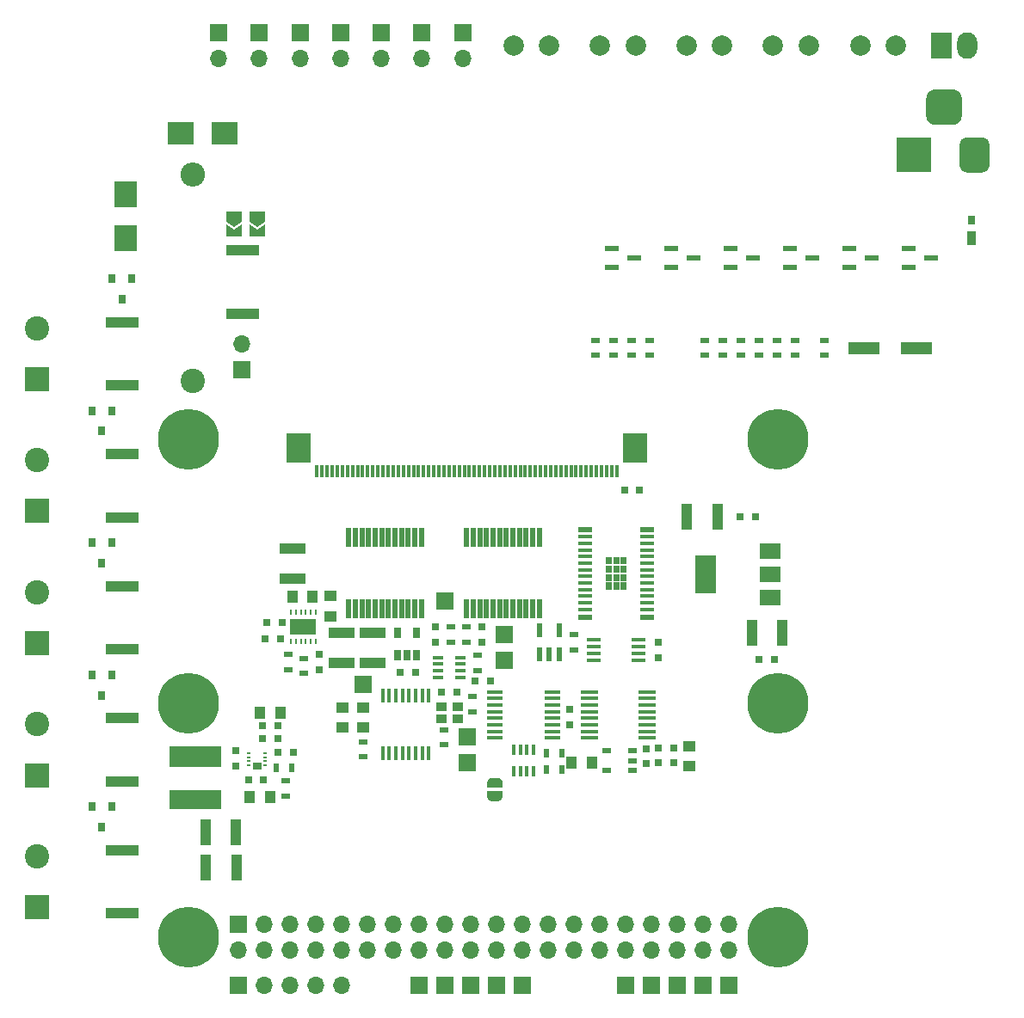
<source format=gts>
%TF.GenerationSoftware,KiCad,Pcbnew,(5.1.6-0-10_14)*%
%TF.CreationDate,2021-09-30T00:47:32+09:00*%
%TF.ProjectId,qPCR-main,71504352-2d6d-4616-996e-2e6b69636164,rev?*%
%TF.SameCoordinates,Original*%
%TF.FileFunction,Soldermask,Top*%
%TF.FilePolarity,Negative*%
%FSLAX46Y46*%
G04 Gerber Fmt 4.6, Leading zero omitted, Abs format (unit mm)*
G04 Created by KiCad (PCBNEW (5.1.6-0-10_14)) date 2021-09-30 00:47:32*
%MOMM*%
%LPD*%
G01*
G04 APERTURE LIST*
%ADD10C,0.100000*%
%ADD11R,0.838200X0.711200*%
%ADD12R,0.457200X0.254000*%
%ADD13R,0.750000X0.800000*%
%ADD14R,1.000000X1.250000*%
%ADD15R,1.000000X2.500000*%
%ADD16R,0.800000X0.750000*%
%ADD17C,6.000000*%
%ADD18O,1.700000X1.700000*%
%ADD19R,1.700000X1.700000*%
%ADD20R,1.570000X0.410000*%
%ADD21R,0.355600X1.473200*%
%ADD22R,0.900000X0.500000*%
%ADD23R,1.000000X0.900000*%
%ADD24R,1.250000X1.000000*%
%ADD25R,0.480000X1.900000*%
%ADD26R,1.350000X0.600000*%
%ADD27R,1.350000X0.400000*%
%ADD28R,1.450000X0.450000*%
%ADD29R,1.450000X0.400000*%
%ADD30C,2.000000*%
%ADD31R,3.500000X3.500000*%
%ADD32O,2.000000X2.600000*%
%ADD33R,2.000000X2.600000*%
%ADD34R,1.320800X0.558800*%
%ADD35R,0.650000X1.060000*%
%ADD36R,1.060000X0.400000*%
%ADD37R,0.400000X1.060000*%
%ADD38R,1.676400X0.355600*%
%ADD39R,0.800000X0.900000*%
%ADD40R,2.000000X1.500000*%
%ADD41R,2.000000X3.800000*%
%ADD42R,2.400000X3.000000*%
%ADD43R,0.300000X1.250000*%
%ADD44C,0.499999*%
%ADD45R,2.500000X1.500000*%
%ADD46R,0.249999X0.499999*%
%ADD47R,2.400000X2.400000*%
%ADD48C,2.400000*%
%ADD49R,0.825500X0.508000*%
%ADD50R,3.098800X1.219200*%
%ADD51R,5.100000X1.900000*%
%ADD52R,5.100000X2.100000*%
%ADD53R,2.500000X1.000000*%
%ADD54R,2.500000X2.300000*%
%ADD55R,2.300000X2.500000*%
%ADD56R,0.500000X0.900000*%
%ADD57R,3.200000X1.000000*%
%ADD58R,0.889000X1.397000*%
%ADD59R,0.762000X0.863600*%
%ADD60O,2.400000X2.400000*%
%ADD61R,0.558800X1.473200*%
G04 APERTURE END LIST*
D10*
%TO.C,U7*%
G36*
X145190000Y-110460000D02*
G01*
X145190000Y-111060000D01*
X144690000Y-111060000D01*
X144690000Y-110460000D01*
X145190000Y-110460000D01*
G37*
X145190000Y-110460000D02*
X145190000Y-111060000D01*
X144690000Y-111060000D01*
X144690000Y-110460000D01*
X145190000Y-110460000D01*
G36*
X144490000Y-110460000D02*
G01*
X144490000Y-111060000D01*
X143990000Y-111060000D01*
X143990000Y-110460000D01*
X144490000Y-110460000D01*
G37*
X144490000Y-110460000D02*
X144490000Y-111060000D01*
X143990000Y-111060000D01*
X143990000Y-110460000D01*
X144490000Y-110460000D01*
G36*
X145890000Y-110460000D02*
G01*
X145890000Y-111060000D01*
X145390000Y-111060000D01*
X145390000Y-110460000D01*
X145890000Y-110460000D01*
G37*
X145890000Y-110460000D02*
X145890000Y-111060000D01*
X145390000Y-111060000D01*
X145390000Y-110460000D01*
X145890000Y-110460000D01*
G36*
X144490000Y-109640000D02*
G01*
X144490000Y-110240000D01*
X143990000Y-110240000D01*
X143990000Y-109640000D01*
X144490000Y-109640000D01*
G37*
X144490000Y-109640000D02*
X144490000Y-110240000D01*
X143990000Y-110240000D01*
X143990000Y-109640000D01*
X144490000Y-109640000D01*
G36*
X145890000Y-109640000D02*
G01*
X145890000Y-110240000D01*
X145390000Y-110240000D01*
X145390000Y-109640000D01*
X145890000Y-109640000D01*
G37*
X145890000Y-109640000D02*
X145890000Y-110240000D01*
X145390000Y-110240000D01*
X145390000Y-109640000D01*
X145890000Y-109640000D01*
G36*
X145190000Y-109640000D02*
G01*
X145190000Y-110240000D01*
X144690000Y-110240000D01*
X144690000Y-109640000D01*
X145190000Y-109640000D01*
G37*
X145190000Y-109640000D02*
X145190000Y-110240000D01*
X144690000Y-110240000D01*
X144690000Y-109640000D01*
X145190000Y-109640000D01*
G36*
X145190000Y-111280000D02*
G01*
X145190000Y-111880000D01*
X144690000Y-111880000D01*
X144690000Y-111280000D01*
X145190000Y-111280000D01*
G37*
X145190000Y-111280000D02*
X145190000Y-111880000D01*
X144690000Y-111880000D01*
X144690000Y-111280000D01*
X145190000Y-111280000D01*
G36*
X144490000Y-111280000D02*
G01*
X144490000Y-111880000D01*
X143990000Y-111880000D01*
X143990000Y-111280000D01*
X144490000Y-111280000D01*
G37*
X144490000Y-111280000D02*
X144490000Y-111880000D01*
X143990000Y-111880000D01*
X143990000Y-111280000D01*
X144490000Y-111280000D01*
G36*
X145890000Y-111280000D02*
G01*
X145890000Y-111880000D01*
X145390000Y-111880000D01*
X145390000Y-111280000D01*
X145890000Y-111280000D01*
G37*
X145890000Y-111280000D02*
X145890000Y-111880000D01*
X145390000Y-111880000D01*
X145390000Y-111280000D01*
X145890000Y-111280000D01*
G36*
X144490000Y-112100000D02*
G01*
X144490000Y-112700000D01*
X143990000Y-112700000D01*
X143990000Y-112100000D01*
X144490000Y-112100000D01*
G37*
X144490000Y-112100000D02*
X144490000Y-112700000D01*
X143990000Y-112700000D01*
X143990000Y-112100000D01*
X144490000Y-112100000D01*
G36*
X145890000Y-112100000D02*
G01*
X145890000Y-112700000D01*
X145390000Y-112700000D01*
X145390000Y-112100000D01*
X145890000Y-112100000D01*
G37*
X145890000Y-112100000D02*
X145890000Y-112700000D01*
X145390000Y-112700000D01*
X145390000Y-112100000D01*
X145890000Y-112100000D01*
G36*
X145190000Y-112100000D02*
G01*
X145190000Y-112700000D01*
X144690000Y-112700000D01*
X144690000Y-112100000D01*
X145190000Y-112100000D01*
G37*
X145190000Y-112100000D02*
X145190000Y-112700000D01*
X144690000Y-112700000D01*
X144690000Y-112100000D01*
X145190000Y-112100000D01*
%TD*%
D11*
%TO.C,U10*%
X109630000Y-130148000D03*
D12*
X110405000Y-128900001D03*
X110405000Y-129300000D03*
X110405000Y-129700000D03*
X110405000Y-130099999D03*
X108855000Y-130099999D03*
X108855000Y-129700000D03*
X108855000Y-129300000D03*
X108855000Y-128900001D03*
%TD*%
D13*
%TO.C,C15*%
X107560000Y-130150000D03*
X107560000Y-128650000D03*
%TD*%
D14*
%TO.C,C18*%
X110910000Y-133230000D03*
X108910000Y-133230000D03*
%TD*%
D15*
%TO.C,C19*%
X104560000Y-136660000D03*
X107560000Y-136660000D03*
%TD*%
D16*
%TO.C,C12*%
X110290000Y-131550000D03*
X108790000Y-131550000D03*
%TD*%
D17*
%TO.C,J2*%
X160910000Y-147020000D03*
X102910000Y-98020000D03*
X160910000Y-98020000D03*
X102910000Y-147020000D03*
D18*
X156040000Y-148290000D03*
X156040000Y-145750000D03*
X138260000Y-148290000D03*
X138260000Y-145750000D03*
X133180000Y-148290000D03*
X133180000Y-145750000D03*
X143340000Y-148290000D03*
X143340000Y-145750000D03*
X115400000Y-148290000D03*
X115400000Y-145750000D03*
X145880000Y-148290000D03*
X145880000Y-145750000D03*
X128100000Y-148290000D03*
X128100000Y-145750000D03*
X150960000Y-148290000D03*
X150960000Y-145750000D03*
X148420000Y-148290000D03*
X148420000Y-145750000D03*
X153500000Y-148290000D03*
X153500000Y-145750000D03*
X130640000Y-148290000D03*
X130640000Y-145750000D03*
X117940000Y-148290000D03*
X117940000Y-145750000D03*
X123020000Y-148290000D03*
X123020000Y-145750000D03*
X140800000Y-148290000D03*
X140800000Y-145750000D03*
X120480000Y-148290000D03*
X120480000Y-145750000D03*
X135720000Y-148290000D03*
X135720000Y-145750000D03*
D19*
X107780000Y-145750000D03*
D18*
X107780000Y-148290000D03*
X112860000Y-145750000D03*
X110320000Y-148290000D03*
X125560000Y-148290000D03*
X125560000Y-145750000D03*
X110320000Y-145750000D03*
X112860000Y-148290000D03*
D17*
X102910000Y-124020000D03*
X160910000Y-124020000D03*
%TD*%
D20*
%TO.C,U2*%
X138750000Y-122875000D03*
X138750000Y-123525000D03*
X138750000Y-124175000D03*
X138750000Y-124825000D03*
X138750000Y-125475000D03*
X138750000Y-126125000D03*
X138750000Y-126775000D03*
X138750000Y-127425000D03*
X133010000Y-127425000D03*
X133010000Y-126775000D03*
X133010000Y-126125000D03*
X133010000Y-125475000D03*
X133010000Y-124825000D03*
X133010000Y-124175000D03*
X133010000Y-123525000D03*
X133010000Y-122875000D03*
%TD*%
D19*
%TO.C,J16*%
X120080000Y-122150000D03*
%TD*%
%TO.C,J17*%
X108110000Y-91190000D03*
D18*
X108110000Y-88650000D03*
%TD*%
D21*
%TO.C,U1*%
X126554999Y-128879400D03*
X125904998Y-128879400D03*
X125254999Y-128879400D03*
X124604998Y-128879400D03*
X123954999Y-128879400D03*
X123305001Y-128879400D03*
X122654999Y-128879400D03*
X122005001Y-128879400D03*
X122005001Y-123240600D03*
X122655002Y-123240600D03*
X123305001Y-123240600D03*
X123955002Y-123240600D03*
X124605001Y-123240600D03*
X125254999Y-123240600D03*
X125905001Y-123240600D03*
X126554999Y-123240600D03*
%TD*%
D22*
%TO.C,R10*%
X120070000Y-129270000D03*
X120070000Y-127770000D03*
%TD*%
%TO.C,R14*%
X130870000Y-123320000D03*
X130870000Y-124820000D03*
%TD*%
D16*
%TO.C,C7*%
X129310000Y-122890000D03*
X127810000Y-122890000D03*
%TD*%
D23*
%TO.C,U3*%
X129372500Y-124327500D03*
X127747500Y-124327500D03*
X127747500Y-125552500D03*
X129372500Y-125552500D03*
%TD*%
D24*
%TO.C,C2*%
X118050000Y-124410000D03*
X118050000Y-126410000D03*
%TD*%
D25*
%TO.C,U20*%
X118665000Y-107675000D03*
X119315000Y-107675000D03*
X119965000Y-107675000D03*
X120615000Y-107675000D03*
X121265000Y-107675000D03*
X121915000Y-107675000D03*
X122565000Y-107675000D03*
X123215000Y-107675000D03*
X123865000Y-107675000D03*
X124515000Y-107675000D03*
X125165000Y-107675000D03*
X125815000Y-107675000D03*
X125815000Y-114685000D03*
X125165000Y-114685000D03*
X124515000Y-114685000D03*
X123865000Y-114685000D03*
X123215000Y-114685000D03*
X122565000Y-114685000D03*
X121915000Y-114685000D03*
X121265000Y-114685000D03*
X120615000Y-114685000D03*
X119965000Y-114685000D03*
X119315000Y-114685000D03*
X118665000Y-114685000D03*
%TD*%
D26*
%TO.C,U7*%
X147990000Y-106855000D03*
X141890000Y-106855000D03*
D27*
X147990000Y-107605000D03*
X141890000Y-107605000D03*
X147990000Y-108255000D03*
X141890000Y-108255000D03*
X147990000Y-108905000D03*
X141890000Y-108905000D03*
X147990000Y-109555000D03*
X141890000Y-109555000D03*
X147990000Y-110205000D03*
X141890000Y-110205000D03*
X147990000Y-110855000D03*
X141890000Y-110855000D03*
X147990000Y-111505000D03*
X141890000Y-111505000D03*
X147990000Y-112155000D03*
X141890000Y-112155000D03*
X147990000Y-112805000D03*
X141890000Y-112805000D03*
X147990000Y-113455000D03*
X141890000Y-113455000D03*
X147990000Y-114105000D03*
X141890000Y-114105000D03*
X147990000Y-114755000D03*
X141890000Y-114755000D03*
D26*
X147990000Y-115505000D03*
X141890000Y-115505000D03*
%TD*%
D28*
%TO.C,U6*%
X142740000Y-117750000D03*
D29*
X142740000Y-118425000D03*
X142740000Y-119075000D03*
D28*
X142740000Y-119750000D03*
X147140000Y-119750000D03*
D29*
X147140000Y-119075000D03*
X147140000Y-118425000D03*
D28*
X147140000Y-117750000D03*
%TD*%
D30*
%TO.C,FAN1*%
X169000000Y-59250000D03*
X172500000Y-59250000D03*
%TD*%
%TO.C,HLID1*%
X146910000Y-59250000D03*
X143410000Y-59250000D03*
%TD*%
%TO.C,HLID2*%
X138410000Y-59250000D03*
X134910000Y-59250000D03*
%TD*%
%TO.C,HWELL1*%
X160410000Y-59250000D03*
X163910000Y-59250000D03*
%TD*%
%TO.C,HWELL2*%
X155410000Y-59250000D03*
X151910000Y-59250000D03*
%TD*%
%TO.C,J1*%
G36*
G01*
X178989000Y-64425000D02*
X178989000Y-66175000D01*
G75*
G02*
X178114000Y-67050000I-875000J0D01*
G01*
X176364000Y-67050000D01*
G75*
G02*
X175489000Y-66175000I0J875000D01*
G01*
X175489000Y-64425000D01*
G75*
G02*
X176364000Y-63550000I875000J0D01*
G01*
X178114000Y-63550000D01*
G75*
G02*
X178989000Y-64425000I0J-875000D01*
G01*
G37*
G36*
G01*
X181739000Y-69000000D02*
X181739000Y-71000000D01*
G75*
G02*
X180989000Y-71750000I-750000J0D01*
G01*
X179489000Y-71750000D01*
G75*
G02*
X178739000Y-71000000I0J750000D01*
G01*
X178739000Y-69000000D01*
G75*
G02*
X179489000Y-68250000I750000J0D01*
G01*
X180989000Y-68250000D01*
G75*
G02*
X181739000Y-69000000I0J-750000D01*
G01*
G37*
D31*
X174239000Y-70000000D03*
%TD*%
D19*
%TO.C,J3*%
X125560000Y-151750000D03*
%TD*%
%TO.C,J4*%
X128100000Y-151750000D03*
%TD*%
%TO.C,J5*%
X130640000Y-151750000D03*
%TD*%
%TO.C,J6*%
X133180000Y-151750000D03*
%TD*%
%TO.C,J7*%
X135720000Y-151750000D03*
%TD*%
%TO.C,J8*%
X148420000Y-151750000D03*
%TD*%
%TO.C,J9*%
X145880000Y-151750000D03*
%TD*%
%TO.C,J10*%
X150960000Y-151750000D03*
%TD*%
D10*
%TO.C,JP1*%
G36*
X132300602Y-131830000D02*
G01*
X132300602Y-131805466D01*
X132305412Y-131756635D01*
X132314984Y-131708510D01*
X132329228Y-131661555D01*
X132348005Y-131616222D01*
X132371136Y-131572949D01*
X132398396Y-131532150D01*
X132429524Y-131494221D01*
X132464221Y-131459524D01*
X132502150Y-131428396D01*
X132542949Y-131401136D01*
X132586222Y-131378005D01*
X132631555Y-131359228D01*
X132678510Y-131344984D01*
X132726635Y-131335412D01*
X132775466Y-131330602D01*
X132800000Y-131330602D01*
X132800000Y-131330000D01*
X133300000Y-131330000D01*
X133300000Y-131330602D01*
X133324534Y-131330602D01*
X133373365Y-131335412D01*
X133421490Y-131344984D01*
X133468445Y-131359228D01*
X133513778Y-131378005D01*
X133557051Y-131401136D01*
X133597850Y-131428396D01*
X133635779Y-131459524D01*
X133670476Y-131494221D01*
X133701604Y-131532150D01*
X133728864Y-131572949D01*
X133751995Y-131616222D01*
X133770772Y-131661555D01*
X133785016Y-131708510D01*
X133794588Y-131756635D01*
X133799398Y-131805466D01*
X133799398Y-131830000D01*
X133800000Y-131830000D01*
X133800000Y-132330000D01*
X132300000Y-132330000D01*
X132300000Y-131830000D01*
X132300602Y-131830000D01*
G37*
G36*
X133800000Y-132630000D02*
G01*
X133800000Y-133130000D01*
X133799398Y-133130000D01*
X133799398Y-133154534D01*
X133794588Y-133203365D01*
X133785016Y-133251490D01*
X133770772Y-133298445D01*
X133751995Y-133343778D01*
X133728864Y-133387051D01*
X133701604Y-133427850D01*
X133670476Y-133465779D01*
X133635779Y-133500476D01*
X133597850Y-133531604D01*
X133557051Y-133558864D01*
X133513778Y-133581995D01*
X133468445Y-133600772D01*
X133421490Y-133615016D01*
X133373365Y-133624588D01*
X133324534Y-133629398D01*
X133300000Y-133629398D01*
X133300000Y-133630000D01*
X132800000Y-133630000D01*
X132800000Y-133629398D01*
X132775466Y-133629398D01*
X132726635Y-133624588D01*
X132678510Y-133615016D01*
X132631555Y-133600772D01*
X132586222Y-133581995D01*
X132542949Y-133558864D01*
X132502150Y-133531604D01*
X132464221Y-133500476D01*
X132429524Y-133465779D01*
X132398396Y-133427850D01*
X132371136Y-133387051D01*
X132348005Y-133343778D01*
X132329228Y-133298445D01*
X132314984Y-133251490D01*
X132305412Y-133203365D01*
X132300602Y-133154534D01*
X132300602Y-133130000D01*
X132300000Y-133130000D01*
X132300000Y-132630000D01*
X133800000Y-132630000D01*
G37*
%TD*%
D32*
%TO.C,LOCK1*%
X179540000Y-59250000D03*
D33*
X177000000Y-59250000D03*
%TD*%
D34*
%TO.C,Q1*%
X175935532Y-80150000D03*
X173751132Y-81089800D03*
X173751132Y-79210200D03*
%TD*%
%TO.C,Q2*%
X170102199Y-80150000D03*
X167917799Y-81089800D03*
X167917799Y-79210200D03*
%TD*%
%TO.C,Q3*%
X150417800Y-79210200D03*
X150417800Y-81089800D03*
X152602200Y-80150000D03*
%TD*%
%TO.C,Q4*%
X146768867Y-80150000D03*
X144584467Y-81089800D03*
X144584467Y-79210200D03*
%TD*%
%TO.C,Q5*%
X162084466Y-79210200D03*
X162084466Y-81089800D03*
X164268866Y-80150000D03*
%TD*%
%TO.C,Q6*%
X156251133Y-79210200D03*
X156251133Y-81089800D03*
X158435533Y-80150000D03*
%TD*%
D18*
%TO.C,SW1*%
X105875500Y-60520000D03*
D19*
X105875500Y-57980000D03*
%TD*%
%TO.C,AIR*%
X121875500Y-57980000D03*
D18*
X121875500Y-60520000D03*
%TD*%
D19*
%TO.C,EXT1*%
X117875500Y-57980000D03*
D18*
X117875500Y-60520000D03*
%TD*%
%TO.C,EXT2*%
X113875500Y-60520000D03*
D19*
X113875500Y-57980000D03*
%TD*%
D18*
%TO.C,EXT3*%
X109875500Y-60520000D03*
D19*
X109875500Y-57980000D03*
%TD*%
%TO.C,LID*%
X129875500Y-57980000D03*
D18*
X129875500Y-60520000D03*
%TD*%
D19*
%TO.C,WELL*%
X125875500Y-57980000D03*
D18*
X125875500Y-60520000D03*
%TD*%
D35*
%TO.C,U4*%
X123440000Y-117070000D03*
X125340000Y-117070000D03*
X125340000Y-119270000D03*
X124390000Y-119270000D03*
X123440000Y-119270000D03*
%TD*%
D36*
%TO.C,U5*%
X127420000Y-119480000D03*
X127420000Y-120130000D03*
X127420000Y-120790000D03*
X127420000Y-121440000D03*
X129620000Y-121440000D03*
X129620000Y-120790000D03*
X129620000Y-120130000D03*
X129620000Y-119480000D03*
%TD*%
D37*
%TO.C,U8*%
X136860000Y-130730000D03*
X136210000Y-130730000D03*
X135550000Y-130730000D03*
X134900000Y-130730000D03*
X134900000Y-128530000D03*
X135550000Y-128530000D03*
X136210000Y-128530000D03*
X136860000Y-128530000D03*
%TD*%
D38*
%TO.C,U9*%
X147989400Y-122875001D03*
X147989400Y-123525002D03*
X147989400Y-124175001D03*
X147989400Y-124825002D03*
X147989400Y-125475001D03*
X147989400Y-126124999D03*
X147989400Y-126775001D03*
X147989400Y-127424999D03*
X142350600Y-127424999D03*
X142350600Y-126774998D03*
X142350600Y-126124999D03*
X142350600Y-125474998D03*
X142350600Y-124824999D03*
X142350600Y-124175001D03*
X142350600Y-123524999D03*
X142350600Y-122875001D03*
%TD*%
D39*
%TO.C,U11*%
X96346000Y-84200000D03*
X95396000Y-82200000D03*
X97296000Y-82200000D03*
%TD*%
%TO.C,U12*%
X95336000Y-95200000D03*
X93436000Y-95200000D03*
X94386000Y-97200000D03*
%TD*%
%TO.C,U13*%
X94386000Y-110200000D03*
X93436000Y-108200000D03*
X95336000Y-108200000D03*
%TD*%
%TO.C,U14*%
X95336000Y-121200000D03*
X93436000Y-121200000D03*
X94386000Y-123200000D03*
%TD*%
%TO.C,U15*%
X94386000Y-136200000D03*
X93436000Y-134200000D03*
X95336000Y-134200000D03*
%TD*%
D40*
%TO.C,U16*%
X160110000Y-113610000D03*
X160110000Y-109010000D03*
X160110000Y-111310000D03*
D41*
X153810000Y-111310000D03*
%TD*%
D19*
%TO.C,LCD1*%
X107780000Y-151750000D03*
D18*
X110320000Y-151750000D03*
X112860000Y-151750000D03*
X115400000Y-151750000D03*
X117940000Y-151750000D03*
%TD*%
D42*
%TO.C,J18*%
X113740000Y-98855000D03*
X146840000Y-98855000D03*
D43*
X115540000Y-101180000D03*
X116040000Y-101180000D03*
X116540000Y-101180000D03*
X117040000Y-101180000D03*
X117540000Y-101180000D03*
X118040000Y-101180000D03*
X118540000Y-101180000D03*
X119040000Y-101180000D03*
X119540000Y-101180000D03*
X120040000Y-101180000D03*
X120540000Y-101180000D03*
X121040000Y-101180000D03*
X121540000Y-101180000D03*
X122040000Y-101180000D03*
X122540000Y-101180000D03*
X123040000Y-101180000D03*
X123540000Y-101180000D03*
X124040000Y-101180000D03*
X124540000Y-101180000D03*
X125040000Y-101180000D03*
X125540000Y-101180000D03*
X126040000Y-101180000D03*
X126540000Y-101180000D03*
X127040000Y-101180000D03*
X127540000Y-101180000D03*
X128040000Y-101180000D03*
X128540000Y-101180000D03*
X129040000Y-101180000D03*
X129540000Y-101180000D03*
X130040000Y-101180000D03*
X130540000Y-101180000D03*
X131040000Y-101180000D03*
X131540000Y-101180000D03*
X132040000Y-101180000D03*
X132540000Y-101180000D03*
X133040000Y-101180000D03*
X133540000Y-101180000D03*
X134040000Y-101180000D03*
X134540000Y-101180000D03*
X135040000Y-101180000D03*
X135540000Y-101180000D03*
X136040000Y-101180000D03*
X136540000Y-101180000D03*
X137040000Y-101180000D03*
X137540000Y-101180000D03*
X138040000Y-101180000D03*
X138540000Y-101180000D03*
X139040000Y-101180000D03*
X139540000Y-101180000D03*
X140040000Y-101180000D03*
X140540000Y-101180000D03*
X141040000Y-101180000D03*
X141540000Y-101180000D03*
X142040000Y-101180000D03*
X142540000Y-101180000D03*
X143040000Y-101180000D03*
X143540000Y-101180000D03*
X144040000Y-101180000D03*
X144540000Y-101180000D03*
X145040000Y-101180000D03*
%TD*%
D25*
%TO.C,U19*%
X130265000Y-114685000D03*
X130915000Y-114685000D03*
X131565000Y-114685000D03*
X132215000Y-114685000D03*
X132865000Y-114685000D03*
X133515000Y-114685000D03*
X134165000Y-114685000D03*
X134815000Y-114685000D03*
X135465000Y-114685000D03*
X136115000Y-114685000D03*
X136765000Y-114685000D03*
X137415000Y-114685000D03*
X137415000Y-107675000D03*
X136765000Y-107675000D03*
X136115000Y-107675000D03*
X135465000Y-107675000D03*
X134815000Y-107675000D03*
X134165000Y-107675000D03*
X133515000Y-107675000D03*
X132865000Y-107675000D03*
X132215000Y-107675000D03*
X131565000Y-107675000D03*
X130915000Y-107675000D03*
X130265000Y-107675000D03*
%TD*%
D44*
%TO.C,U21*%
X114200000Y-116979999D03*
X115200001Y-116480000D03*
X114200000Y-115980001D03*
X113199999Y-116480000D03*
D45*
X114200000Y-116480000D03*
D46*
X112950000Y-115030000D03*
X113449999Y-115030000D03*
X113950000Y-115030000D03*
X114450000Y-115030000D03*
X114950001Y-115030000D03*
X115450000Y-115030000D03*
X115450000Y-117930000D03*
X114950001Y-117930000D03*
X114450000Y-117930000D03*
X113950000Y-117930000D03*
X113449999Y-117930000D03*
X112950000Y-117930000D03*
%TD*%
D19*
%TO.C,J11*%
X133970000Y-117254000D03*
%TD*%
%TO.C,J12*%
X133970000Y-119794000D03*
%TD*%
%TO.C,J13*%
X128170000Y-113960000D03*
%TD*%
D47*
%TO.C,C21*%
X87956000Y-92070000D03*
D48*
X87956000Y-87070000D03*
%TD*%
%TO.C,C22*%
X87956000Y-100070000D03*
D47*
X87956000Y-105070000D03*
%TD*%
%TO.C,C23*%
X87956000Y-118070000D03*
D48*
X87956000Y-113070000D03*
%TD*%
D47*
%TO.C,C24*%
X87956000Y-131070000D03*
D48*
X87956000Y-126070000D03*
%TD*%
%TO.C,C25*%
X87956000Y-139070000D03*
D47*
X87956000Y-144070000D03*
%TD*%
D49*
%TO.C,U17*%
X144046350Y-130582500D03*
X144046350Y-128677500D03*
X146573650Y-128690200D03*
X146573650Y-129630000D03*
X146573650Y-130569800D03*
%TD*%
D19*
%TO.C,J19*%
X153500000Y-151750000D03*
%TD*%
%TO.C,J20*%
X156040000Y-151750000D03*
%TD*%
D50*
%TO.C,C26*%
X174502700Y-89020000D03*
X169397300Y-89020000D03*
%TD*%
D51*
%TO.C,L1*%
X103610000Y-133480000D03*
D52*
X103610000Y-129280000D03*
%TD*%
D24*
%TO.C,C1*%
X120070000Y-126390000D03*
X120070000Y-124390000D03*
%TD*%
D13*
%TO.C,C3*%
X140410000Y-126080000D03*
X140410000Y-124580000D03*
%TD*%
D16*
%TO.C,C4*%
X131100000Y-121830000D03*
X132600000Y-121830000D03*
%TD*%
D13*
%TO.C,C5*%
X127230000Y-116480000D03*
X127230000Y-117980000D03*
%TD*%
%TO.C,C6*%
X131802000Y-117980000D03*
X131802000Y-116480000D03*
%TD*%
D16*
%TO.C,C8*%
X123750000Y-120910000D03*
X125250000Y-120910000D03*
%TD*%
D13*
%TO.C,C10*%
X149130000Y-118000000D03*
X149130000Y-119500000D03*
%TD*%
D16*
%TO.C,C11*%
X145790000Y-103000000D03*
X147290000Y-103000000D03*
%TD*%
%TO.C,C13*%
X111700000Y-128860000D03*
X113200000Y-128860000D03*
%TD*%
%TO.C,C14*%
X111668000Y-127454000D03*
X110168000Y-127454000D03*
%TD*%
%TO.C,C16*%
X111668000Y-126184000D03*
X110168000Y-126184000D03*
%TD*%
D14*
%TO.C,C17*%
X109918000Y-124914000D03*
X111918000Y-124914000D03*
%TD*%
D15*
%TO.C,C20*%
X107620000Y-140180000D03*
X104620000Y-140180000D03*
%TD*%
D24*
%TO.C,C27*%
X152170000Y-130210000D03*
X152170000Y-128210000D03*
%TD*%
D15*
%TO.C,C28*%
X151960000Y-105630000D03*
X154960000Y-105630000D03*
%TD*%
D16*
%TO.C,C29*%
X149140000Y-128390000D03*
X150640000Y-128390000D03*
%TD*%
%TO.C,C30*%
X157210000Y-105630000D03*
X158710000Y-105630000D03*
%TD*%
%TO.C,C31*%
X149140000Y-129880000D03*
X150640000Y-129880000D03*
%TD*%
D15*
%TO.C,C32*%
X158360000Y-117030000D03*
X161360000Y-117030000D03*
%TD*%
D16*
%TO.C,C33*%
X160570000Y-119710000D03*
X159070000Y-119710000D03*
%TD*%
D13*
%TO.C,C34*%
X147950000Y-128450000D03*
X147950000Y-129950000D03*
%TD*%
D14*
%TO.C,C35*%
X140570000Y-129810000D03*
X142570000Y-129810000D03*
%TD*%
D53*
%TO.C,C36*%
X113130000Y-108750000D03*
X113130000Y-111750000D03*
%TD*%
D13*
%TO.C,C37*%
X115740000Y-119160000D03*
X115740000Y-120660000D03*
%TD*%
D16*
%TO.C,C38*%
X110620000Y-116020000D03*
X112120000Y-116020000D03*
%TD*%
%TO.C,C39*%
X111950000Y-117640000D03*
X110450000Y-117640000D03*
%TD*%
D14*
%TO.C,C40*%
X115110000Y-113540000D03*
X113110000Y-113540000D03*
%TD*%
D53*
%TO.C,C41*%
X117970000Y-117060000D03*
X117970000Y-120060000D03*
%TD*%
%TO.C,C42*%
X120980000Y-120020000D03*
X120980000Y-117020000D03*
%TD*%
D54*
%TO.C,D2*%
X106430000Y-67880000D03*
X102130000Y-67880000D03*
%TD*%
D55*
%TO.C,D3*%
X96680000Y-73890000D03*
X96680000Y-78190000D03*
%TD*%
D24*
%TO.C,L2*%
X116870000Y-113430000D03*
X116870000Y-115430000D03*
%TD*%
D22*
%TO.C,R1*%
X148306000Y-89750000D03*
X148306000Y-88250000D03*
%TD*%
%TO.C,R2*%
X146528000Y-88250000D03*
X146528000Y-89750000D03*
%TD*%
%TO.C,R3*%
X160832000Y-89750000D03*
X160832000Y-88250000D03*
%TD*%
%TO.C,R4*%
X159054000Y-88250000D03*
X159054000Y-89750000D03*
%TD*%
%TO.C,R5*%
X153720000Y-89750000D03*
X153720000Y-88250000D03*
%TD*%
%TO.C,R6*%
X142972000Y-88250000D03*
X142972000Y-89750000D03*
%TD*%
%TO.C,R7*%
X144750000Y-88250000D03*
X144750000Y-89750000D03*
%TD*%
%TO.C,R8*%
X155498000Y-88250000D03*
X155498000Y-89750000D03*
%TD*%
%TO.C,R9*%
X157276000Y-88250000D03*
X157276000Y-89750000D03*
%TD*%
%TO.C,R11*%
X128060000Y-128100000D03*
X128060000Y-126600000D03*
%TD*%
%TO.C,R12*%
X128754000Y-116480000D03*
X128754000Y-117980000D03*
%TD*%
%TO.C,R13*%
X130278000Y-117980000D03*
X130278000Y-116480000D03*
%TD*%
%TO.C,R15*%
X131370000Y-119300000D03*
X131370000Y-120800000D03*
%TD*%
%TO.C,R16*%
X140790000Y-118738000D03*
X140790000Y-117238000D03*
%TD*%
D56*
%TO.C,R17*%
X139630000Y-130490000D03*
X138130000Y-130490000D03*
%TD*%
%TO.C,R18*%
X139630000Y-128880000D03*
X138130000Y-128880000D03*
%TD*%
%TO.C,R19*%
X113050000Y-130310000D03*
X111550000Y-130310000D03*
%TD*%
D22*
%TO.C,R20*%
X112490000Y-131650000D03*
X112490000Y-133150000D03*
%TD*%
%TO.C,R21*%
X162610000Y-88250000D03*
X162610000Y-89750000D03*
%TD*%
%TO.C,R22*%
X165460000Y-88250000D03*
X165460000Y-89750000D03*
%TD*%
D57*
%TO.C,R24*%
X96346000Y-86470000D03*
X96346000Y-92670000D03*
%TD*%
%TO.C,R25*%
X96346000Y-105670000D03*
X96346000Y-99470000D03*
%TD*%
%TO.C,R26*%
X96346000Y-112470000D03*
X96346000Y-118670000D03*
%TD*%
%TO.C,R27*%
X96346000Y-131670000D03*
X96346000Y-125470000D03*
%TD*%
%TO.C,R28*%
X96346000Y-138470000D03*
X96346000Y-144670000D03*
%TD*%
D22*
%TO.C,R29*%
X112710000Y-119160000D03*
X112710000Y-120660000D03*
%TD*%
%TO.C,R30*%
X114270000Y-121060000D03*
X114270000Y-119560000D03*
%TD*%
D58*
%TO.C,D1*%
X179920000Y-78179300D03*
D59*
X179920000Y-76414000D03*
%TD*%
D48*
%TO.C,R23*%
X103360000Y-92260000D03*
D60*
X103360000Y-71940000D03*
%TD*%
D61*
%TO.C,U18*%
X137449999Y-116794200D03*
X139350001Y-116794200D03*
X139350001Y-119181800D03*
X138400000Y-119181800D03*
X137449999Y-119181800D03*
%TD*%
D19*
%TO.C,J14*%
X130340000Y-129876000D03*
%TD*%
%TO.C,J15*%
X130340000Y-127336000D03*
%TD*%
D57*
%TO.C,F1*%
X108230000Y-85610000D03*
X108230000Y-79410000D03*
%TD*%
D10*
%TO.C,JP2*%
G36*
X107370000Y-77075000D02*
G01*
X106620000Y-76575000D01*
X106620000Y-75575000D01*
X108120000Y-75575000D01*
X108120000Y-76575000D01*
X107370000Y-77075000D01*
G37*
G36*
X106620000Y-78025000D02*
G01*
X106620000Y-76875000D01*
X107370000Y-77375000D01*
X108120000Y-76875000D01*
X108120000Y-78025000D01*
X106620000Y-78025000D01*
G37*
%TD*%
%TO.C,JP3*%
G36*
X108910000Y-78025000D02*
G01*
X108910000Y-76875000D01*
X109660000Y-77375000D01*
X110410000Y-76875000D01*
X110410000Y-78025000D01*
X108910000Y-78025000D01*
G37*
G36*
X109660000Y-77075000D02*
G01*
X108910000Y-76575000D01*
X108910000Y-75575000D01*
X110410000Y-75575000D01*
X110410000Y-76575000D01*
X109660000Y-77075000D01*
G37*
%TD*%
M02*

</source>
